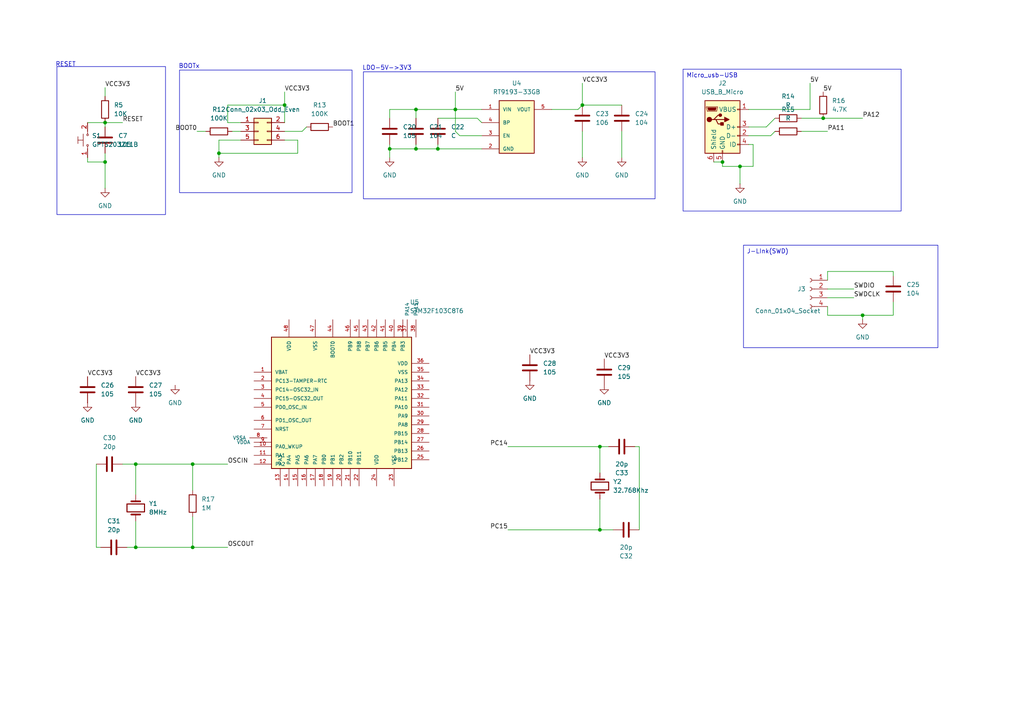
<source format=kicad_sch>
(kicad_sch (version 20231120) (generator "eeschema") (generator_version "8.0")
  (paper "A4")
  (lib_symbols
    (symbol "Connector:Conn_01x04_Socket" (pin_names (offset 1.016) hide)
      (property "Reference" "J" (at 0 5.08 0))
      (property "Value" "Conn_01x04_Socket" (at 0 -7.62 0))
      (symbol "Conn_01x04_Socket_1_1"
        (arc (start 0 -4.572) (mid -0.5058 -5.08) (end 0 -5.588) (stroke (width 0.1524)))
        (arc (start 0 -2.032) (mid -0.5058 -2.54) (end 0 -3.048) (stroke (width 0.1524)))
        (polyline (pts (xy -1.27 -5.08) (xy -0.508 -5.08)) (stroke (width 0.1524)))
        (polyline (pts (xy -1.27 -2.54) (xy -0.508 -2.54)) (stroke (width 0.1524)))
        (polyline (pts (xy -1.27 0) (xy -0.508 0)) (stroke (width 0.1524)))
        (polyline (pts (xy -1.27 2.54) (xy -0.508 2.54)) (stroke (width 0.1524)))
        (arc (start 0 0.508) (mid -0.5058 0) (end 0 -0.508) (stroke (width 0.1524)))
        (arc (start 0 3.048) (mid -0.5058 2.54) (end 0 2.032) (stroke (width 0.1524)))
        (pin passive line (at -5.08 2.54 0) (length 3.81) (name "Pin_1") (number "1"))
        (pin passive line (at -5.08 0 0) (length 3.81) (name "Pin_2") (number "2"))
        (pin passive line (at -5.08 -2.54 0) (length 3.81) (name "Pin_3") (number "3"))
        (pin passive line (at -5.08 -5.08 0) (length 3.81) (name "Pin_4") (number "4"))
      )
    )
    (symbol "Connector:USB_B_Micro" (pin_names (offset 1.016))
      (property "Reference" "J" (at -5.08 11.43 0))
      (property "Value" "USB_B_Micro" (at -5.08 8.89 0))
      (symbol "USB_B_Micro_0_1"
        (rectangle (start -5.08 -7.62) (end 5.08 7.62) (stroke (width 0.254)) (fill (type background)))
        (circle (center -3.81 2.159) (radius 0.635) (stroke (width 0.254)) (fill (type outline)))
        (circle (center -0.635 3.429) (radius 0.381) (stroke (width 0.254)) (fill (type outline)))
        (rectangle (start -0.127 -7.62) (end 0.127 -6.858))
        (polyline (pts (xy -1.905 2.159) (xy 0.635 2.159)) (stroke (width 0.254)))
        (polyline (pts (xy -3.175 2.159) (xy -2.54 2.159) (xy -1.27 3.429) (xy -0.635 3.429)) (stroke (width 0.254)))
        (polyline (pts (xy -2.54 2.159) (xy -1.905 2.159) (xy -1.27 0.889) (xy 0 0.889)) (stroke (width 0.254)))
        (polyline (pts (xy 0.635 2.794) (xy 0.635 1.524) (xy 1.905 2.159) (xy 0.635 2.794)) (stroke (width 0.254)) (fill (type outline)))
        (polyline (pts (xy -4.318 5.588) (xy -1.778 5.588) (xy -2.032 4.826) (xy -4.064 4.826) (xy -4.318 5.588)) (fill (type outline)))
        (polyline (pts (xy -4.699 5.842) (xy -4.699 5.588) (xy -4.445 4.826) (xy -4.445 4.572) (xy -1.651 4.572) (xy -1.651 4.826) (xy -1.397 5.588) (xy -1.397 5.842) (xy -4.699 5.842)))
        (rectangle (start 0.254 1.27) (end -0.508 0.508) (stroke (width 0.254)) (fill (type outline)))
        (rectangle (start 5.08 -5.207) (end 4.318 -4.953))
        (rectangle (start 5.08 -2.667) (end 4.318 -2.413))
        (rectangle (start 5.08 -0.127) (end 4.318 0.127))
        (rectangle (start 5.08 4.953) (end 4.318 5.207))
      )
      (symbol "USB_B_Micro_1_1"
        (pin power_out line (at 7.62 5.08 180) (length 2.54) (name "VBUS") (number "1"))
        (pin bidirectional line (at 7.62 -2.54 180) (length 2.54) (name "D-") (number "2"))
        (pin bidirectional line (at 7.62 0 180) (length 2.54) (name "D+") (number "3"))
        (pin passive line (at 7.62 -5.08 180) (length 2.54) (name "ID") (number "4"))
        (pin power_out line (at 0 -10.16 90) (length 2.54) (name "GND") (number "5"))
        (pin passive line (at -2.54 -10.16 90) (length 2.54) (name "Shield") (number "6"))
      )
    )
    (symbol "Connector_Generic:Conn_02x03_Odd_Even" (pin_names (offset 1.016) hide)
      (property "Reference" "J" (at 1.27 5.08 0))
      (property "Value" "Conn_02x03_Odd_Even" (at 1.27 -5.08 0))
      (symbol "Conn_02x03_Odd_Even_1_1"
        (rectangle (start -1.27 -2.413) (end 0 -2.667) (stroke (width 0.1524)))
        (rectangle (start -1.27 0.127) (end 0 -0.127) (stroke (width 0.1524)))
        (rectangle (start -1.27 2.667) (end 0 2.413) (stroke (width 0.1524)))
        (rectangle (start -1.27 3.81) (end 3.81 -3.81) (stroke (width 0.254)) (fill (type background)))
        (rectangle (start 3.81 -2.413) (end 2.54 -2.667) (stroke (width 0.1524)))
        (rectangle (start 3.81 0.127) (end 2.54 -0.127) (stroke (width 0.1524)))
        (rectangle (start 3.81 2.667) (end 2.54 2.413) (stroke (width 0.1524)))
        (pin passive line (at -5.08 2.54 0) (length 3.81) (name "Pin_1") (number "1"))
        (pin passive line (at 7.62 2.54 180) (length 3.81) (name "Pin_2") (number "2"))
        (pin passive line (at -5.08 0 0) (length 3.81) (name "Pin_3") (number "3"))
        (pin passive line (at 7.62 0 180) (length 3.81) (name "Pin_4") (number "4"))
        (pin passive line (at -5.08 -2.54 0) (length 3.81) (name "Pin_5") (number "5"))
        (pin passive line (at 7.62 -2.54 180) (length 3.81) (name "Pin_6") (number "6"))
      )
    )
    (symbol "Device:C" (pin_numbers hide) (pin_names (offset 0.254))
      (property "Reference" "C" (at 0.635 2.54 0))
      (property "Value" "C" (at 0.635 -2.54 0))
      (symbol "C_0_1"
        (polyline (pts (xy -2.032 -0.762) (xy 2.032 -0.762)) (stroke (width 0.508)))
        (polyline (pts (xy -2.032 0.762) (xy 2.032 0.762)) (stroke (width 0.508)))
      )
      (symbol "C_1_1"
        (pin passive line (at 0 3.81 270) (length 2.794) (name "~") (number "1"))
        (pin passive line (at 0 -3.81 90) (length 2.794) (name "~") (number "2"))
      )
    )
    (symbol "Device:Crystal" (pin_numbers hide) (pin_names (offset 1.016) hide)
      (property "Reference" "Y" (at 0 3.81 0))
      (property "Value" "Crystal" (at 0 -3.81 0))
      (symbol "Crystal_0_1"
        (rectangle (start -1.143 2.54) (end 1.143 -2.54) (stroke (width 0.3048)))
        (polyline (pts (xy -2.54 0) (xy -1.905 0)))
        (polyline (pts (xy -1.905 -1.27) (xy -1.905 1.27)) (stroke (width 0.508)))
        (polyline (pts (xy 1.905 -1.27) (xy 1.905 1.27)) (stroke (width 0.508)))
        (polyline (pts (xy 2.54 0) (xy 1.905 0)))
      )
      (symbol "Crystal_1_1"
        (pin passive line (at -3.81 0 0) (length 1.27) (name "1") (number "1"))
        (pin passive line (at 3.81 0 180) (length 1.27) (name "2") (number "2"))
      )
    )
    (symbol "Device:R" (pin_numbers hide) (pin_names (offset 0))
      (property "Reference" "R" (at 2.032 0 90))
      (property "Value" "R" (at 0 0 90))
      (symbol "R_0_1"
        (rectangle (start -1.016 -2.54) (end 1.016 2.54) (stroke (width 0.254)))
      )
      (symbol "R_1_1"
        (pin passive line (at 0 3.81 270) (length 1.27) (name "~") (number "1"))
        (pin passive line (at 0 -3.81 90) (length 1.27) (name "~") (number "2"))
      )
    )
    (symbol "RT9193-33GB_1" (pin_names (offset 1.016))
      (property "Reference" "U3" (at 0 10.16 0))
      (property "Value" "RT9193-33GB" (at 0 7.62 0))
      (symbol "RT9193-33GB_1_0_0"
        (rectangle (start -7.62 5.08) (end 2.54 20.32) (stroke (width 0.254)) (fill (type background)))
        (pin input line (at -12.7 17.78 0) (length 5.08) (name "VIN") (number "1"))
        (pin power_in line (at -12.7 6.35 0) (length 5.08) (name "GND") (number "2"))
        (pin input line (at -12.7 10.16 0) (length 5.08) (name "EN") (number "3"))
        (pin passive line (at -12.7 13.97 0) (length 5.08) (name "BP") (number "4"))
        (pin output line (at 7.62 17.78 180) (length 5.08) (name "VOUT") (number "5"))
      )
    )
    (symbol "STM32F103C8T6_1" (pin_names (offset 1.016))
      (property "Reference" "U3" (at 0 45.72 0))
      (property "Value" "STM32F103C8T6" (at 0 43.18 0))
      (symbol "STM32F103C8T6_1_0_0"
        (rectangle (start -20.32 40.64) (end 20.32 2.54) (stroke (width 0.254)) (fill (type background)))
        (pin bidirectional line (at -25.4 30.48 0) (length 5.08) (name "VBAT") (number "1"))
        (pin bidirectional line (at -25.4 8.89 0) (length 5.08) (name "PA0_WKUP") (number "10"))
        (pin bidirectional line (at -25.4 6.35 0) (length 5.08) (name "PA1") (number "11"))
        (pin bidirectional line (at -25.4 3.81 0) (length 5.08) (name "PA2") (number "12"))
        (pin bidirectional line (at -17.78 -2.54 90) (length 5.08) (name "PA3") (number "13"))
        (pin bidirectional line (at -15.24 -2.54 90) (length 5.08) (name "PA4") (number "14"))
        (pin bidirectional line (at -12.7 -2.54 90) (length 5.08) (name "PA5") (number "15"))
        (pin bidirectional line (at -10.16 -2.54 90) (length 5.08) (name "PA6") (number "16"))
        (pin bidirectional line (at -7.62 -2.54 90) (length 5.08) (name "PA7") (number "17"))
        (pin bidirectional line (at -5.08 -2.54 90) (length 5.08) (name "PB0") (number "18"))
        (pin bidirectional line (at -2.54 -2.54 90) (length 5.08) (name "PB1") (number "19"))
        (pin bidirectional line (at -25.4 27.94 0) (length 5.08) (name "PC13-TAMPER-RTC") (number "2"))
        (pin bidirectional line (at 0 -2.54 90) (length 5.08) (name "PB2") (number "20"))
        (pin bidirectional line (at 2.54 -2.54 90) (length 5.08) (name "PB10") (number "21"))
        (pin bidirectional line (at 5.08 -2.54 90) (length 5.08) (name "PB11") (number "22"))
        (pin power_in line (at 15.24 -2.54 90) (length 5.08) (name "VSS") (number "23"))
        (pin power_in line (at 10.16 -2.54 90) (length 5.08) (name "VDD") (number "24"))
        (pin bidirectional line (at 25.4 5.08 180) (length 5.08) (name "PB12") (number "25"))
        (pin bidirectional line (at 25.4 7.62 180) (length 5.08) (name "PB13") (number "26"))
        (pin bidirectional line (at 25.4 10.16 180) (length 5.08) (name "PB14") (number "27"))
        (pin bidirectional line (at 25.4 12.7 180) (length 5.08) (name "PB15") (number "28"))
        (pin bidirectional line (at 25.4 15.24 180) (length 5.08) (name "PA8") (number "29"))
        (pin bidirectional line (at -25.4 25.4 0) (length 5.08) (name "PC14-OSC32_IN") (number "3"))
        (pin bidirectional line (at 25.4 17.78 180) (length 5.08) (name "PA9") (number "30"))
        (pin bidirectional line (at 25.4 20.32 180) (length 5.08) (name "PA10") (number "31"))
        (pin bidirectional line (at 25.4 22.86 180) (length 5.08) (name "PA11") (number "32"))
        (pin bidirectional line (at 25.4 25.4 180) (length 5.08) (name "PA12") (number "33"))
        (pin bidirectional line (at 25.4 27.94 180) (length 5.08) (name "PA13") (number "34"))
        (pin power_in line (at 25.4 30.48 180) (length 5.08) (name "VSS") (number "35"))
        (pin power_in line (at 25.4 33.02 180) (length 5.08) (name "VDD") (number "36"))
        (pin bidirectional line (at 19.05 40.64 90) (length 5.08) (name "PA14") (number "37"))
        (pin bidirectional line (at 21.59 40.64 90) (length 5.08) (name "PA15") (number "38"))
        (pin bidirectional line (at 17.78 45.72 270) (length 5.08) (name "PB3") (number "39"))
        (pin bidirectional line (at -25.4 22.86 0) (length 5.08) (name "PC15-OSC32_OUT") (number "4"))
        (pin bidirectional line (at 15.24 45.72 270) (length 5.08) (name "PB4") (number "40"))
        (pin bidirectional line (at 12.7 45.72 270) (length 5.08) (name "PB5") (number "41"))
        (pin bidirectional line (at 10.16 45.72 270) (length 5.08) (name "PB6") (number "42"))
        (pin bidirectional line (at 7.62 45.72 270) (length 5.08) (name "PB7") (number "43"))
        (pin input line (at -2.54 45.72 270) (length 5.08) (name "BOOT0") (number "44"))
        (pin bidirectional line (at 5.08 45.72 270) (length 5.08) (name "PB8") (number "45"))
        (pin bidirectional line (at 2.54 45.72 270) (length 5.08) (name "PB9") (number "46"))
        (pin power_in line (at -7.62 45.72 270) (length 5.08) (name "VSS") (number "47"))
        (pin power_in line (at -15.24 45.72 270) (length 5.08) (name "VDD") (number "48"))
        (pin bidirectional line (at -25.4 20.32 0) (length 5.08) (name "PD0_OSC_IN") (number "5"))
        (pin bidirectional line (at -25.4 16.51 0) (length 5.08) (name "PD1_OSC_OUT") (number "6"))
        (pin input line (at -25.4 13.97 0) (length 5.08) (name "NRST") (number "7"))
        (pin power_in line (at -21.59 11.43 180) (length 5.08) (name "VSSA") (number "8"))
        (pin power_in line (at -20.32 10.16 180) (length 5.08) (name "VDDA") (number "9"))
      )
    )
    (symbol "dk_Pushbutton-Switches:GPTS203211B" (pin_names (offset 1.016))
      (property "Reference" "S" (at -3.81 3.81 0))
      (property "Value" "GPTS203211B" (at 0 -2.54 0))
      (symbol "GPTS203211B_0_1"
        (circle (center -1.524 0) (radius 0.254))
        (polyline (pts (xy -2.54 0) (xy -1.778 0)))
        (polyline (pts (xy -1.778 1.27) (xy 1.778 1.27)))
        (polyline (pts (xy -1.016 2.794) (xy 1.016 2.794)))
        (polyline (pts (xy 0 1.27) (xy 0 2.794)))
        (polyline (pts (xy 2.54 0) (xy 1.778 0)))
        (circle (center 1.524 0) (radius 0.254))
      )
      (symbol "GPTS203211B_1_1"
        (pin passive line (at -5.08 0 0) (length 2.54) (name "~") (number "1"))
        (pin passive line (at 5.08 0 180) (length 2.54) (name "~") (number "2"))
      )
    )
    (symbol "power:GND" (power) (pin_numbers hide) (pin_names (offset 0) hide)
      (property "Value" "GND" (at 0 -3.81 0))
      (symbol "GND_0_1"
        (polyline (pts (xy 0 0) (xy 0 -1.27) (xy 1.27 -1.27) (xy 0 -2.54) (xy -1.27 -1.27) (xy 0 -1.27)))
      )
      (symbol "GND_1_1"
        (pin power_in line (at 0 0 270) (length 0) (name "~") (number "1"))
      )
    )
  )
  (junction (at 214.63 48.26))
  (junction (at 120.65 31.75))
  (junction (at 30.48 35.56))
  (junction (at 113.03 43.18))
  (junction (at 173.99 153.67))
  (junction (at 55.88 134.62))
  (junction (at 63.5 44.45))
  (junction (at 173.99 129.54))
  (junction (at 55.88 158.75))
  (junction (at 120.65 43.18))
  (junction (at 82.55 30.48))
  (junction (at 30.48 46.99))
  (junction (at 238.76 34.29))
  (junction (at 250.19 91.44))
  (junction (at 168.91 30.48))
  (junction (at 39.37 158.75))
  (junction (at 39.37 134.62))
  (junction (at 127 43.18))
  (junction (at 209.55 46.99))
  (junction (at 132.08 31.75))
  (wire (pts (xy 184.15 129.54) (xy 185.42 129.54)))
  (wire (pts (xy 25.4 35.56) (xy 30.48 35.56)))
  (wire (pts (xy 259.08 78.74) (xy 259.08 80.01)))
  (wire (pts (xy 147.32 153.67) (xy 173.99 153.67)))
  (wire (pts (xy 232.41 34.29) (xy 238.76 34.29)))
  (wire (pts (xy 185.42 129.54) (xy 185.42 153.67)))
  (wire (pts (xy 113.03 43.18) (xy 120.65 43.18)))
  (wire (pts (xy 173.99 137.16) (xy 173.99 129.54)))
  (wire (pts (xy 30.48 44.45) (xy 30.48 46.99)))
  (wire (pts (xy 234.95 24.13) (xy 234.95 31.75)))
  (wire (pts (xy 63.5 44.45) (xy 86.36 44.45)))
  (wire (pts (xy 55.88 149.86) (xy 55.88 158.75)))
  (wire (pts (xy 250.19 92.71) (xy 250.19 91.44)))
  (wire (pts (xy 87.63 38.1) (xy 88.9 36.83)))
  (wire (pts (xy 168.91 24.13) (xy 168.91 30.48)))
  (wire (pts (xy 39.37 158.75) (xy 55.88 158.75)))
  (wire (pts (xy 113.03 31.75) (xy 120.65 31.75)))
  (wire (pts (xy 63.5 40.64) (xy 63.5 44.45)))
  (wire (pts (xy 168.91 30.48) (xy 180.34 30.48)))
  (wire (pts (xy 30.48 35.56) (xy 30.48 36.83)))
  (wire (pts (xy 82.55 30.48) (xy 82.55 35.56)))
  (wire (pts (xy 240.03 83.82) (xy 247.65 83.82)))
  (wire (pts (xy 36.83 158.75) (xy 39.37 158.75)))
  (wire (pts (xy 39.37 151.13) (xy 39.37 158.75)))
  (wire (pts (xy 218.44 41.91) (xy 218.44 48.26)))
  (wire (pts (xy 223.52 39.37) (xy 224.79 38.1)))
  (wire (pts (xy 207.01 46.99) (xy 209.55 46.99)))
  (wire (pts (xy 139.7 39.37) (xy 133.35 39.37)))
  (wire (pts (xy 86.36 40.64) (xy 86.36 44.45)))
  (wire (pts (xy 82.55 40.64) (xy 86.36 40.64)))
  (wire (pts (xy 25.4 46.99) (xy 30.48 46.99)))
  (wire (pts (xy 35.56 134.62) (xy 39.37 134.62)))
  (wire (pts (xy 214.63 48.26) (xy 218.44 48.26)))
  (wire (pts (xy 120.65 31.75) (xy 132.08 31.75)))
  (wire (pts (xy 120.65 43.18) (xy 127 43.18)))
  (wire (pts (xy 132.08 26.67) (xy 132.08 31.75)))
  (wire (pts (xy 177.8 153.67) (xy 173.99 153.67)))
  (wire (pts (xy 57.15 38.1) (xy 59.69 38.1)))
  (wire (pts (xy 138.43 34.29) (xy 139.7 35.56)))
  (wire (pts (xy 66.04 30.48) (xy 82.55 30.48)))
  (wire (pts (xy 240.03 91.44) (xy 250.19 91.44)))
  (wire (pts (xy 232.41 38.1) (xy 240.03 38.1)))
  (wire (pts (xy 66.04 35.56) (xy 69.85 35.56)))
  (wire (pts (xy 214.63 48.26) (xy 214.63 53.34)))
  (wire (pts (xy 63.5 44.45) (xy 63.5 45.72)))
  (wire (pts (xy 55.88 134.62) (xy 66.04 134.62)))
  (wire (pts (xy 82.55 38.1) (xy 87.63 38.1)))
  (wire (pts (xy 127 34.29) (xy 138.43 34.29)))
  (wire (pts (xy 66.04 30.48) (xy 66.04 35.56)))
  (wire (pts (xy 113.03 43.18) (xy 113.03 41.91)))
  (wire (pts (xy 160.02 31.75) (xy 167.64 31.75)))
  (wire (pts (xy 132.08 31.75) (xy 132.08 38.1)))
  (wire (pts (xy 240.03 86.36) (xy 247.65 86.36)))
  (wire (pts (xy 168.91 38.1) (xy 168.91 45.72)))
  (wire (pts (xy 133.35 39.37) (xy 132.08 38.1)))
  (wire (pts (xy 180.34 38.1) (xy 180.34 45.72)))
  (wire (pts (xy 120.65 43.18) (xy 120.65 41.91)))
  (wire (pts (xy 240.03 78.74) (xy 259.08 78.74)))
  (wire (pts (xy 218.44 41.91) (xy 217.17 41.91)))
  (wire (pts (xy 39.37 134.62) (xy 55.88 134.62)))
  (wire (pts (xy 27.94 158.75) (xy 27.94 134.62)))
  (wire (pts (xy 127 43.18) (xy 139.7 43.18)))
  (wire (pts (xy 259.08 91.44) (xy 250.19 91.44)))
  (wire (pts (xy 29.21 158.75) (xy 27.94 158.75)))
  (wire (pts (xy 82.55 26.67) (xy 82.55 30.48)))
  (wire (pts (xy 217.17 39.37) (xy 223.52 39.37)))
  (wire (pts (xy 217.17 31.75) (xy 234.95 31.75)))
  (wire (pts (xy 173.99 153.67) (xy 173.99 144.78)))
  (wire (pts (xy 30.48 35.56) (xy 35.56 35.56)))
  (wire (pts (xy 55.88 158.75) (xy 66.04 158.75)))
  (wire (pts (xy 120.65 31.75) (xy 120.65 34.29)))
  (wire (pts (xy 259.08 91.44) (xy 259.08 87.63)))
  (wire (pts (xy 113.03 43.18) (xy 113.03 45.72)))
  (wire (pts (xy 127 43.18) (xy 127 41.91)))
  (wire (pts (xy 222.25 36.83) (xy 224.79 34.29)))
  (wire (pts (xy 63.5 40.64) (xy 69.85 40.64)))
  (wire (pts (xy 132.08 31.75) (xy 139.7 31.75)))
  (wire (pts (xy 240.03 78.74) (xy 240.03 81.28)))
  (wire (pts (xy 147.32 129.54) (xy 173.99 129.54)))
  (wire (pts (xy 39.37 134.62) (xy 39.37 143.51)))
  (wire (pts (xy 209.55 48.26) (xy 214.63 48.26)))
  (wire (pts (xy 238.76 34.29) (xy 250.19 34.29)))
  (wire (pts (xy 30.48 25.4) (xy 30.48 27.94)))
  (wire (pts (xy 209.55 48.26) (xy 209.55 46.99)))
  (wire (pts (xy 67.31 38.1) (xy 69.85 38.1)))
  (wire (pts (xy 240.03 91.44) (xy 240.03 88.9)))
  (wire (pts (xy 25.4 45.72) (xy 25.4 46.99)))
  (wire (pts (xy 167.64 31.75) (xy 168.91 30.48)))
  (wire (pts (xy 217.17 36.83) (xy 222.25 36.83)))
  (wire (pts (xy 55.88 134.62) (xy 55.88 142.24)))
  (wire (pts (xy 176.53 129.54) (xy 173.99 129.54)))
  (wire (pts (xy 113.03 31.75) (xy 113.03 34.29)))
  (wire (pts (xy 30.48 46.99) (xy 30.48 54.61)))
  (rectangle (start 16.51 19.304) (end 48.006 62.23))
  (rectangle (start 105.41 20.828) (end 189.992 57.658))
  (rectangle (start 52.07 20.32) (end 102.108 55.88))
  (text_box "J-LInk(SWD)\n" (at 215.646 71.12 0) (size 56.388 29.718) (effects (font (size 1.27 1.27)) (justify left top)))
  (text_box "Micro_usb-USB" (at 198.12 20.066 0) (size 63.246 41.148) (effects (font (size 1.27 1.27)) (justify left top)))
  (text "RESET\n\n" (at 19.05 19.812 0) (effects (font (size 1.27 1.27))))
  (text "BOOTx\n" (at 54.864 19.304 0) (effects (font (size 1.27 1.27))))
  (text "LDO-5V->3V3\n" (at 112.268 19.812 0) (effects (font (size 1.27 1.27))))
  (label "VCC3V3" (at 30.48 25.4 0))
  (label "5V" (at 234.95 24.13 0))
  (label "PA11" (at 240.03 38.1 0))
  (label "SWDCLK" (at 247.65 86.36 0))
  (label "PA12" (at 250.19 34.29 0))
  (label "BOOT0" (at 57.15 38.1 180))
  (label "OSCOUT" (at 66.04 158.75 0))
  (label "VCC3V3" (at 168.91 24.13 0))
  (label "PC15" (at 147.32 153.67 180))
  (label "VCC3V3" (at 153.67 102.87 0))
  (label "VCC3V3" (at 82.55 26.67 0))
  (label "VCC3V3" (at 39.37 109.22 0))
  (label "BOOT1" (at 96.52 36.83 0))
  (label "PC14" (at 147.32 129.54 180))
  (label "5V" (at 132.08 26.67 0))
  (label "SWDIO" (at 247.65 83.82 0))
  (label "VCC3V3" (at 175.26 104.14 0))
  (label "5V" (at 238.76 26.67 0))
  (label "OSCIN" (at 66.04 134.62 0))
  (label "VCC3V3" (at 25.4 109.22 0))
  (label "RESET" (at 35.56 35.56 0))
  (symbol (lib_id "power:GND") (at 250.19 92.71 0) (unit 1)
    (property "Reference" "#PWR016" (effects (hide yes)))
    (property "Value" "GND" (at 250.19 97.79 0))
    (property "Description" "Power symbol creates a global label with name \"GND\" , ground" (effects (hide yes)))
  )
  (symbol (lib_name "RT9193-33GB_1") (lib_id "RT9193-33GB:RT9193-33GB") (at 152.4 49.53 0) (unit 1)
    (property "Reference" "U4" (at 149.86 24.13 0))
    (property "Value" "RT9193-33GB" (at 149.86 26.67 0))
    (property "Footprint" "RT9193-33GB:SOT94P279X129-5N" (effects (hide yes)))
    (property "MF" "Richtek USA" (effects (hide yes)))
    (property "Description_1" "\n                        \n                            Linear Voltage Regulator IC Positive Fixed 1 Output  300mA TSOT-23-5\n                        \n" (effects (hide yes)))
    (property "PACKAGE" "SOT-23-5" (effects (hide yes)))
    (property "PRICE" "$0.19 USD" (effects (hide yes)))
    (property "Package" "SOT-23-5 Richtek" (effects (hide yes)))
    (property "Check_prices" "https://www.snapeda.com/parts/RT9193-33GB/Richtek/view-part/?ref=eda" (effects (hide yes)))
    (property "Price" "None" (effects (hide yes)))
    (property "SnapEDA_Link" "https://www.snapeda.com/parts/RT9193-33GB/Richtek/view-part/?ref=snap" (effects (hide yes)))
    (property "MP" "RT9193-33GB" (effects (hide yes)))
    (property "AVAILABILITY" "Good" (effects (hide yes)))
    (property "Availability" "In Stock" (effects (hide yes)))
  )
  (symbol (lib_id "Device:R") (at 63.5 38.1 270) (unit 1)
    (property "Reference" "R12" (at 63.5 31.75 90))
    (property "Value" "100K" (at 63.5 34.29 90))
    (property "Description" "Resistor" (effects (hide yes)))
  )
  (symbol (lib_id "Device:C") (at 180.34 34.29 0) (unit 1)
    (property "Reference" "C24" (at 184.15 33.0199 0) (effects (justify left)))
    (property "Value" "104" (at 184.15 35.5599 0) (effects (justify left)))
    (property "Description" "Unpolarized capacitor" (effects (hide yes)))
  )
  (symbol (lib_id "power:GND") (at 50.8 111.76 0) (unit 1)
    (property "Reference" "#PWR017" (effects (hide yes)))
    (property "Value" "GND" (at 50.8 116.84 0))
    (property "Description" "Power symbol creates a global label with name \"GND\" , ground" (effects (hide yes)))
  )
  (symbol (lib_id "Connector_Generic:Conn_02x03_Odd_Even") (at 74.93 38.1 0) (unit 1)
    (property "Reference" "J1" (at 76.2 29.21 0))
    (property "Value" "Conn_02x03_Odd_Even" (at 76.2 31.75 0))
    (property "Footprint" "Connector_PinHeader_2.54mm:PinHeader_2x03_P2.54mm_Vertical" (effects (hide yes)))
    (property "Description" "Generic connector, double row, 02x03, odd/even pin numbering scheme (row 1 odd numbers, row 2 even numbers), script generated (kicad-library-utils/schlib/autogen/connector/)" (effects (hide yes)))
  )
  (symbol (lib_id "Device:C") (at 120.65 38.1 0) (unit 1)
    (property "Reference" "C21" (at 124.46 36.8299 0) (effects (justify left)))
    (property "Value" "104" (at 124.46 39.3699 0) (effects (justify left)))
    (property "Description" "Unpolarized capacitor" (effects (hide yes)))
  )
  (symbol (lib_id "Device:Crystal") (at 173.99 140.97 270) (unit 1)
    (property "Reference" "Y2" (at 177.8 139.6999 90) (effects (justify left)))
    (property "Value" "32.768Khz" (at 177.8 142.2399 90) (effects (justify left)))
    (property "Description" "Two pin crystal" (effects (hide yes)))
  )
  (symbol (lib_id "power:GND") (at 113.03 45.72 0) (unit 1)
    (property "Reference" "#PWR012" (effects (hide yes)))
    (property "Value" "GND" (at 113.03 50.8 0))
    (property "Description" "Power symbol creates a global label with name \"GND\" , ground" (effects (hide yes)))
  )
  (symbol (lib_id "Device:C") (at 259.08 83.82 0) (unit 1)
    (property "Reference" "C25" (at 262.89 82.5499 0) (effects (justify left)))
    (property "Value" "104" (at 262.89 85.0899 0) (effects (justify left)))
    (property "Description" "Unpolarized capacitor" (effects (hide yes)))
  )
  (symbol (lib_id "Device:C") (at 33.02 158.75 270) (unit 1)
    (property "Reference" "C31" (at 33.02 151.13 90))
    (property "Value" "20p" (at 33.02 153.67 90))
    (property "Description" "Unpolarized capacitor" (effects (hide yes)))
  )
  (symbol (lib_id "Connector:Conn_01x04_Socket") (at 234.95 83.82 0) (mirror y) (unit 1)
    (property "Reference" "J3" (at 233.68 83.8199 0) (effects (justify left)))
    (property "Value" "Conn_01x04_Socket" (at 237.998 90.17 0) (effects (justify left)))
    (property "Description" "Generic connector, single row, 01x04, script generated" (effects (hide yes)))
  )
  (symbol (lib_id "power:GND") (at 25.4 116.84 0) (unit 1)
    (property "Reference" "#PWR018" (effects (hide yes)))
    (property "Value" "GND" (at 25.4 121.92 0))
    (property "Description" "Power symbol creates a global label with name \"GND\" , ground" (effects (hide yes)))
  )
  (symbol (lib_id "Device:C") (at 113.03 38.1 0) (unit 1)
    (property "Reference" "C20" (at 116.84 36.8299 0) (effects (justify left)))
    (property "Value" "105" (at 116.84 39.3699 0) (effects (justify left)))
    (property "Description" "Unpolarized capacitor" (effects (hide yes)))
  )
  (symbol (lib_id "Device:R") (at 92.71 36.83 270) (unit 1)
    (property "Reference" "R13" (at 92.71 30.48 90))
    (property "Value" "100K" (at 92.71 33.02 90))
    (property "Description" "Resistor" (effects (hide yes)))
  )
  (symbol (lib_id "power:GND") (at 39.37 116.84 0) (unit 1)
    (property "Reference" "#PWR019" (effects (hide yes)))
    (property "Value" "GND" (at 39.37 121.92 0))
    (property "Description" "Power symbol creates a global label with name \"GND\" , ground" (effects (hide yes)))
  )
  (symbol (lib_id "power:GND") (at 168.91 45.72 0) (unit 1)
    (property "Reference" "#PWR013" (effects (hide yes)))
    (property "Value" "GND" (at 168.91 50.8 0))
    (property "Description" "Power symbol creates a global label with name \"GND\" , ground" (effects (hide yes)))
  )
  (symbol (lib_id "Device:C") (at 39.37 113.03 0) (unit 1)
    (property "Reference" "C27" (at 43.18 111.7599 0) (effects (justify left)))
    (property "Value" "105" (at 43.18 114.2999 0) (effects (justify left)))
    (property "Description" "Unpolarized capacitor" (effects (hide yes)))
  )
  (symbol (lib_id "Device:R") (at 30.48 31.75 180) (unit 1)
    (property "Reference" "R5" (at 33.02 30.4799 0) (effects (justify right)))
    (property "Value" "10K" (at 33.02 33.0199 0) (effects (justify right)))
    (property "Description" "Resistor" (effects (hide yes)))
  )
  (symbol (lib_id "power:GND") (at 30.48 54.61 0) (unit 1)
    (property "Reference" "#PWR010" (effects (hide yes)))
    (property "Value" "GND" (at 30.48 59.69 0))
    (property "Description" "Power symbol creates a global label with name \"GND\" , ground" (effects (hide yes)))
  )
  (symbol (lib_id "Device:C") (at 180.34 129.54 90) (unit 1)
    (property "Reference" "C33" (at 180.34 137.16 90))
    (property "Value" "20p" (at 180.34 134.62 90))
    (property "Description" "Unpolarized capacitor" (effects (hide yes)))
  )
  (symbol (lib_id "Device:Crystal") (at 39.37 147.32 90) (unit 1)
    (property "Reference" "Y1" (at 43.18 146.0499 90) (effects (justify right)))
    (property "Value" "8MHz" (at 43.18 148.5899 90) (effects (justify right)))
    (property "Description" "Two pin crystal" (effects (hide yes)))
  )
  (symbol (lib_id "Device:C") (at 181.61 153.67 90) (unit 1)
    (property "Reference" "C32" (at 181.61 161.29 90))
    (property "Value" "20p" (at 181.61 158.75 90))
    (property "Description" "Unpolarized capacitor" (effects (hide yes)))
  )
  (symbol (lib_id "dk_Pushbutton-Switches:GPTS203211B") (at 25.4 40.64 90) (unit 1)
    (property "Reference" "S1" (at 26.67 39.3699 90) (effects (justify right)))
    (property "Value" "GPTS203211B" (at 26.67 41.9099 90) (effects (justify right)))
    (property "Footprint" "digikey-footprints:PushButton_12x12mm_THT_GPTS203211B" (effects (hide yes)))
    (property "Datasheet" "http://switches-connectors-custom.cwind.com/Asset/GPTS203211BR2.pdf" (effects (hide yes)))
    (property "Description" "SWITCH PUSHBUTTON SPST 1A 30V" (effects (hide yes)))
    (property "Digi-Key_PN" "CW181-ND" (effects (hide yes)))
    (property "MPN" "GPTS203211B" (effects (hide yes)))
    (property "Category" "Switches" (effects (hide yes)))
    (property "Family" "Pushbutton Switches" (effects (hide yes)))
    (property "DK_Datasheet_Link" "http://switches-connectors-custom.cwind.com/Asset/GPTS203211BR2.pdf" (effects (hide yes)))
    (property "DK_Detail_Page" "/product-detail/en/cw-industries/GPTS203211B/CW181-ND/3190590" (effects (hide yes)))
    (property "Description_1" "SWITCH PUSHBUTTON SPST 1A 30V" (effects (hide yes)))
    (property "Manufacturer" "CW Industries" (effects (hide yes)))
    (property "Status" "Active" (effects (hide yes)))
  )
  (symbol (lib_id "power:GND") (at 153.67 110.49 0) (unit 1)
    (property "Reference" "#PWR020" (effects (hide yes)))
    (property "Value" "GND" (at 153.67 115.57 0))
    (property "Description" "Power symbol creates a global label with name \"GND\" , ground" (effects (hide yes)))
  )
  (symbol (lib_id "Device:C") (at 127 38.1 0) (unit 1)
    (property "Reference" "C22" (at 130.81 36.8299 0) (effects (justify left)))
    (property "Value" "C" (at 130.81 39.3699 0) (effects (justify left)))
    (property "Description" "Unpolarized capacitor" (effects (hide yes)))
  )
  (symbol (lib_id "Device:R") (at 228.6 34.29 270) (unit 1)
    (property "Reference" "R14" (at 228.6 27.94 90))
    (property "Value" "R" (at 228.6 30.48 90))
    (property "Description" "Resistor" (effects (hide yes)))
  )
  (symbol (lib_id "Device:R") (at 228.6 38.1 270) (unit 1)
    (property "Reference" "R15" (at 228.6 31.75 90))
    (property "Value" "R" (at 228.6 34.29 90))
    (property "Description" "Resistor" (effects (hide yes)))
  )
  (symbol (lib_id "Device:R") (at 55.88 146.05 180) (unit 1)
    (property "Reference" "R17" (at 58.42 144.7799 0) (effects (justify right)))
    (property "Value" "1M" (at 58.42 147.3199 0) (effects (justify right)))
    (property "Description" "Resistor" (effects (hide yes)))
  )
  (symbol (lib_id "power:GND") (at 175.26 111.76 0) (unit 1)
    (property "Reference" "#PWR021" (effects (hide yes)))
    (property "Value" "GND" (at 175.26 116.84 0))
    (property "Description" "Power symbol creates a global label with name \"GND\" , ground" (effects (hide yes)))
  )
  (symbol (lib_id "Device:C") (at 31.75 134.62 270) (unit 1)
    (property "Reference" "C30" (at 31.75 127 90))
    (property "Value" "20p" (at 31.75 129.54 90))
    (property "Description" "Unpolarized capacitor" (effects (hide yes)))
  )
  (symbol (lib_id "Device:C") (at 175.26 107.95 0) (unit 1)
    (property "Reference" "C29" (at 179.07 106.6799 0) (effects (justify left)))
    (property "Value" "105" (at 179.07 109.2199 0) (effects (justify left)))
    (property "Description" "Unpolarized capacitor" (effects (hide yes)))
  )
  (symbol (lib_name "STM32F103C8T6_1") (lib_id "STM32F103C8T6:STM32F103C8T6") (at 99.06 138.43 0) (unit 1)
    (property "Reference" "U5" (at 118.8594 87.63 0) (effects (justify left)))
    (property "Value" "STM32F103C8T6" (at 118.8594 90.17 0) (effects (justify left)))
    (property "Footprint" "STM32F103C8T6:QFP50P900X900X160-48N" (effects (hide yes)))
    (property "MF" "STMicroelectronics" (effects (hide yes)))
    (property "Description_1" "\n                        \n                            ARM® Cortex®-M3 STM32F1 Microcontroller IC 32-Bit 72MHz 64KB (64K x 8) FLASH 48-LQFP (7x7)\n                        \n" (effects (hide yes)))
    (property "Package" "LQFP-48 STMicroelectronics" (effects (hide yes)))
    (property "Price" "None" (effects (hide yes)))
    (property "Check_prices" "https://www.snapeda.com/parts/STM32F103C8T6/STMicroelectronics/view-part/?ref=eda" (effects (hide yes)))
    (property "STANDARD" "IPC7351B" (effects (hide yes)))
    (property "PARTREV" "10" (effects (hide yes)))
    (property "SnapEDA_Link" "https://www.snapeda.com/parts/STM32F103C8T6/STMicroelectronics/view-part/?ref=snap" (effects (hide yes)))
    (property "MP" "STM32F103C8T6" (effects (hide yes)))
    (property "Availability" "In Stock" (effects (hide yes)))
    (property "MANUFACTURER" "ST Microelectronics" (effects (hide yes)))
  )
  (symbol (lib_id "Device:C") (at 168.91 34.29 0) (unit 1)
    (property "Reference" "C23" (at 172.72 33.0199 0) (effects (justify left)))
    (property "Value" "106" (at 172.72 35.5599 0) (effects (justify left)))
    (property "Description" "Unpolarized capacitor" (effects (hide yes)))
  )
  (symbol (lib_id "power:GND") (at 63.5 45.72 0) (unit 1)
    (property "Reference" "#PWR011" (effects (hide yes)))
    (property "Value" "GND" (at 63.5 50.8 0))
    (property "Description" "Power symbol creates a global label with name \"GND\" , ground" (effects (hide yes)))
  )
  (symbol (lib_id "Connector:USB_B_Micro") (at 209.55 36.83 0) (unit 1)
    (property "Reference" "J2" (at 209.55 24.13 0))
    (property "Value" "USB_B_Micro" (at 209.55 26.67 0))
    (property "Description" "USB Micro Type B connector" (effects (hide yes)))
  )
  (symbol (lib_id "Device:C") (at 153.67 106.68 0) (unit 1)
    (property "Reference" "C28" (at 157.48 105.4099 0) (effects (justify left)))
    (property "Value" "105" (at 157.48 107.9499 0) (effects (justify left)))
    (property "Description" "Unpolarized capacitor" (effects (hide yes)))
  )
  (symbol (lib_id "Device:C") (at 30.48 40.64 0) (unit 1)
    (property "Reference" "C7" (at 34.29 39.3699 0) (effects (justify left)))
    (property "Value" "105" (at 34.29 41.9099 0) (effects (justify left)))
    (property "Description" "Unpolarized capacitor" (effects (hide yes)))
  )
  (symbol (lib_id "power:GND") (at 214.63 53.34 0) (unit 1)
    (property "Reference" "#PWR015" (effects (hide yes)))
    (property "Value" "GND" (at 214.63 58.42 0))
    (property "Description" "Power symbol creates a global label with name \"GND\" , ground" (effects (hide yes)))
  )
  (symbol (lib_id "Device:C") (at 25.4 113.03 0) (unit 1)
    (property "Reference" "C26" (at 29.21 111.7599 0) (effects (justify left)))
    (property "Value" "105" (at 29.21 114.2999 0) (effects (justify left)))
    (property "Description" "Unpolarized capacitor" (effects (hide yes)))
  )
  (symbol (lib_id "power:GND") (at 180.34 45.72 0) (unit 1)
    (property "Reference" "#PWR014" (effects (hide yes)))
    (property "Value" "GND" (at 180.34 50.8 0))
    (property "Description" "Power symbol creates a global label with name \"GND\" , ground" (effects (hide yes)))
  )
  (symbol (lib_id "Device:R") (at 238.76 30.48 180) (unit 1)
    (property "Reference" "R16" (at 241.3 29.2099 0) (effects (justify right)))
    (property "Value" "4.7K" (at 241.3 31.7499 0) (effects (justify right)))
    (property "Description" "Resistor" (effects (hide yes)))
  )
)
</source>
